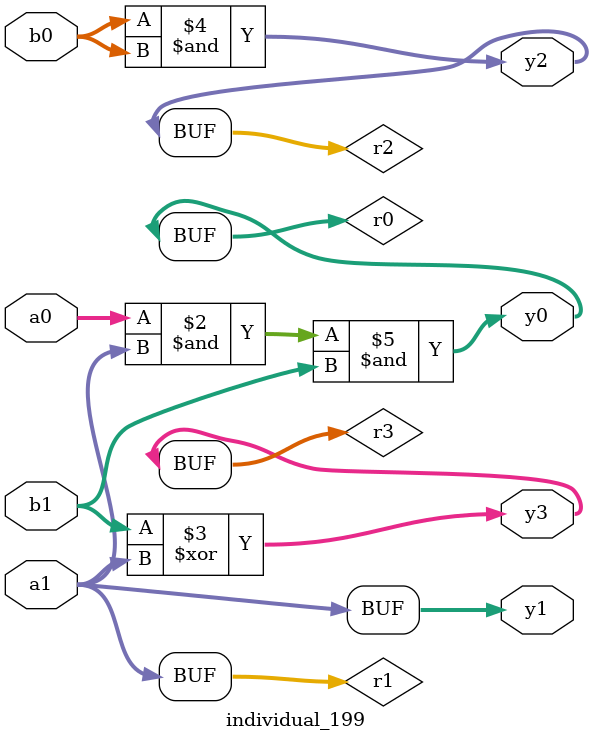
<source format=sv>
module individual_199(input logic [15:0] a1, input logic [15:0] a0, input logic [15:0] b1, input logic [15:0] b0, output logic [15:0] y3, output logic [15:0] y2, output logic [15:0] y1, output logic [15:0] y0);
logic [15:0] r0, r1, r2, r3; 
 always@(*) begin 
	 r0 = a0; r1 = a1; r2 = b0; r3 = b1; 
 	 r0  &=  r1 ;
 	 r3  ^=  r1 ;
 	 r2  &=  b0 ;
 	 r0  &=  b1 ;
 	 y3 = r3; y2 = r2; y1 = r1; y0 = r0; 
end
endmodule
</source>
